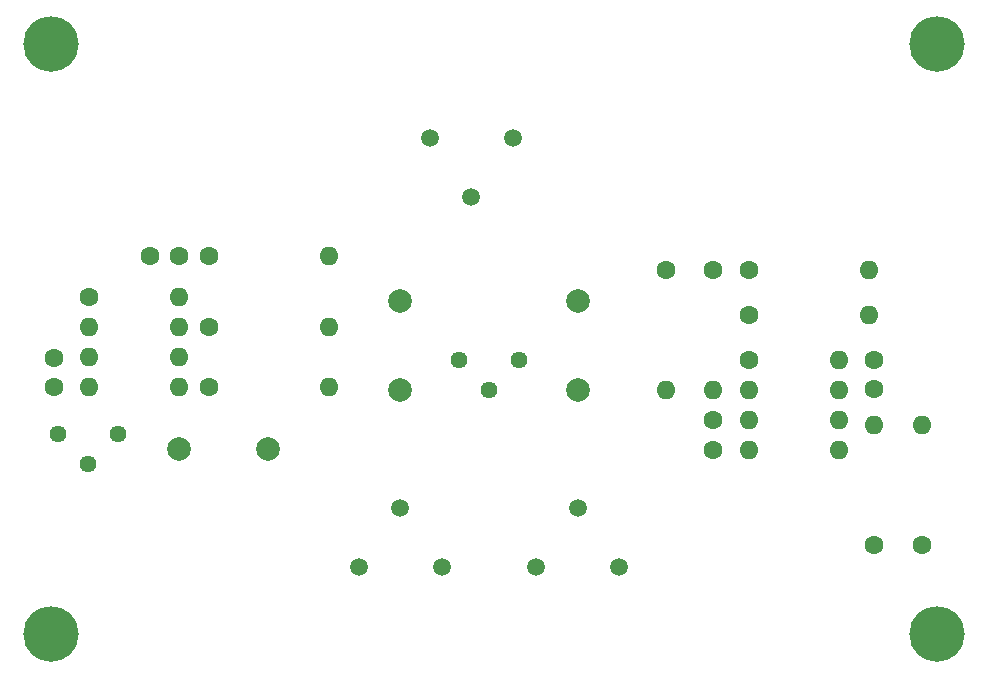
<source format=gts>
G04 #@! TF.GenerationSoftware,KiCad,Pcbnew,7.0.1*
G04 #@! TF.CreationDate,2023-05-01T00:30:29+02:00*
G04 #@! TF.ProjectId,ChuaCircuits,43687561-4369-4726-9375-6974732e6b69,rev?*
G04 #@! TF.SameCoordinates,Original*
G04 #@! TF.FileFunction,Soldermask,Top*
G04 #@! TF.FilePolarity,Negative*
%FSLAX46Y46*%
G04 Gerber Fmt 4.6, Leading zero omitted, Abs format (unit mm)*
G04 Created by KiCad (PCBNEW 7.0.1) date 2023-05-01 00:30:29*
%MOMM*%
%LPD*%
G01*
G04 APERTURE LIST*
%ADD10C,4.700000*%
%ADD11C,1.500000*%
%ADD12O,1.600000X1.600000*%
%ADD13C,1.600000*%
%ADD14C,2.000000*%
%ADD15C,1.440000*%
G04 APERTURE END LIST*
D10*
X148559999Y-116529999D03*
X73560001Y-116529999D03*
X148559999Y-66530001D03*
X73559998Y-66530000D03*
D11*
X121620000Y-110840000D03*
X118120000Y-105840000D03*
X114620000Y-110840000D03*
X106620000Y-110840000D03*
X103120000Y-105840000D03*
X99620000Y-110840000D03*
D12*
X125620000Y-95840000D03*
D13*
X125620000Y-85680000D03*
X73760000Y-93140000D03*
X73760000Y-95640000D03*
D14*
X118120000Y-88340000D03*
X118120000Y-95840000D03*
D11*
X105620000Y-74560000D03*
X109120000Y-79560000D03*
X112620000Y-74560000D03*
D13*
X84380000Y-84520000D03*
X81880000Y-84520000D03*
D14*
X103120000Y-88340000D03*
X103120000Y-95840000D03*
D15*
X108080000Y-93300000D03*
X110620000Y-95840000D03*
X113160000Y-93300000D03*
D12*
X129620000Y-95840000D03*
D13*
X129620000Y-85680000D03*
D12*
X142780000Y-89490000D03*
D13*
X132620000Y-89490000D03*
X129620000Y-98420000D03*
X129620000Y-100920000D03*
D15*
X74100000Y-99615000D03*
X76640000Y-102155000D03*
X79180000Y-99615000D03*
D12*
X143240000Y-98840000D03*
D13*
X143240000Y-109000000D03*
D12*
X140240000Y-93300000D03*
X140240000Y-95840000D03*
X140240000Y-98380000D03*
X140240000Y-100920000D03*
X132620000Y-100920000D03*
X132620000Y-98380000D03*
X132620000Y-95840000D03*
D13*
X132620000Y-93300000D03*
D12*
X97080000Y-90560000D03*
D13*
X86920000Y-90560000D03*
D12*
X147240000Y-98840000D03*
D13*
X147240000Y-109000000D03*
D12*
X97080000Y-95640000D03*
D13*
X86920000Y-95640000D03*
D14*
X91880000Y-100840000D03*
X84380000Y-100840000D03*
D12*
X97080000Y-84520000D03*
D13*
X86920000Y-84520000D03*
X143240000Y-95800000D03*
X143240000Y-93300000D03*
D12*
X142780000Y-85680000D03*
D13*
X132620000Y-85680000D03*
D12*
X84380000Y-88020000D03*
X84380000Y-90560000D03*
X84380000Y-93100000D03*
X84380000Y-95640000D03*
X76760000Y-95640000D03*
X76760000Y-93100000D03*
X76760000Y-90560000D03*
D13*
X76760000Y-88020000D03*
M02*

</source>
